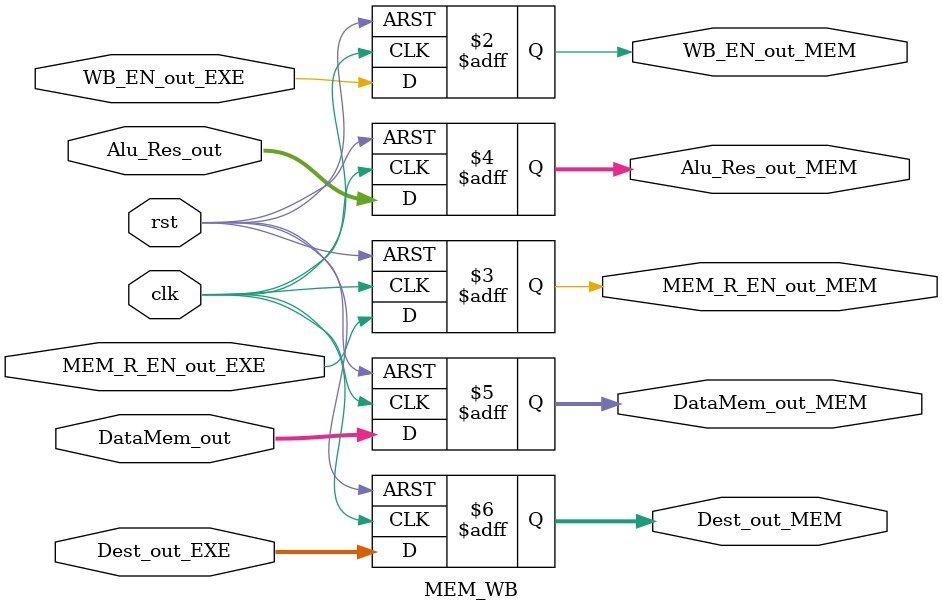
<source format=v>
module MEM_WB(clk, rst, WB_EN_out_EXE, MEM_R_EN_out_EXE, Alu_Res_out, DataMem_out, Dest_out_EXE, 
                    WB_EN_out_MEM, MEM_R_EN_out_MEM, Alu_Res_out_MEM, DataMem_out_MEM, Dest_out_MEM);

    input clk, rst, WB_EN_out_EXE, MEM_R_EN_out_EXE;
    input [31:0] Alu_Res_out, DataMem_out;
    input [3:0] Dest_out_EXE;

    output reg WB_EN_out_MEM, MEM_R_EN_out_MEM;
    output reg [31:0] Alu_Res_out_MEM, DataMem_out_MEM;
    output reg [3:0] Dest_out_MEM;

    always @(posedge clk,posedge rst) begin
        if(rst) begin
            WB_EN_out_MEM <= 1'b0;
            MEM_R_EN_out_MEM <= 1'b0;
            Alu_Res_out_MEM <= 32'b0;
            DataMem_out_MEM <= 32'b0;
            Dest_out_MEM <= 4'b0;
        end
        else begin
            WB_EN_out_MEM <= WB_EN_out_EXE;
            MEM_R_EN_out_MEM <= MEM_R_EN_out_EXE;
            Alu_Res_out_MEM <= Alu_Res_out;
            DataMem_out_MEM <= DataMem_out;
            Dest_out_MEM <= Dest_out_EXE;
        end
    end
endmodule
</source>
